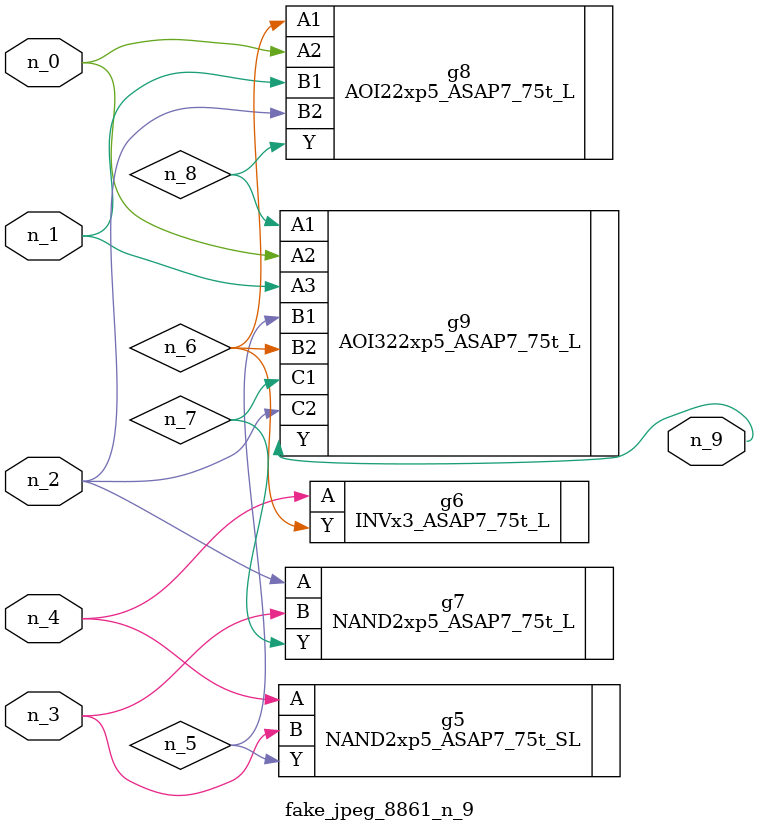
<source format=v>
module fake_jpeg_8861_n_9 (n_3, n_2, n_1, n_0, n_4, n_9);

input n_3;
input n_2;
input n_1;
input n_0;
input n_4;

output n_9;

wire n_8;
wire n_6;
wire n_5;
wire n_7;

NAND2xp5_ASAP7_75t_SL g5 ( 
.A(n_4),
.B(n_3),
.Y(n_5)
);

INVx3_ASAP7_75t_L g6 ( 
.A(n_4),
.Y(n_6)
);

NAND2xp5_ASAP7_75t_L g7 ( 
.A(n_2),
.B(n_3),
.Y(n_7)
);

AOI22xp5_ASAP7_75t_L g8 ( 
.A1(n_6),
.A2(n_0),
.B1(n_1),
.B2(n_2),
.Y(n_8)
);

AOI322xp5_ASAP7_75t_L g9 ( 
.A1(n_8),
.A2(n_0),
.A3(n_1),
.B1(n_5),
.B2(n_6),
.C1(n_7),
.C2(n_2),
.Y(n_9)
);


endmodule
</source>
